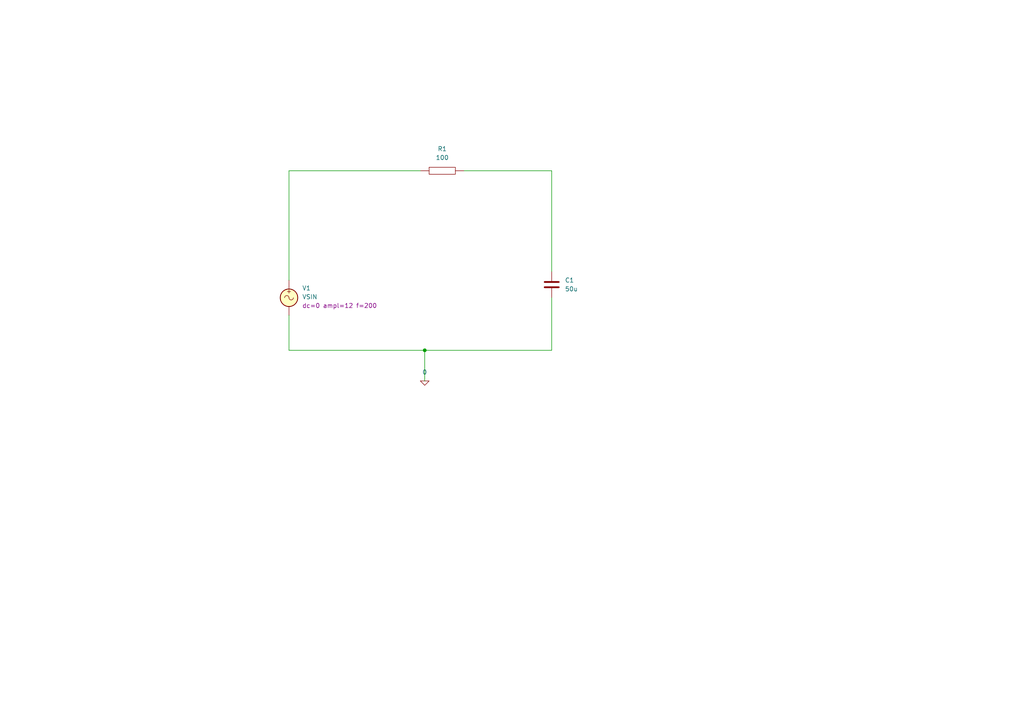
<source format=kicad_sch>
(kicad_sch (version 20211123) (generator eeschema)
  (paper "A4")
  (title_block (title "PDS") (company "ESCOM"))
  (lib_symbols
    (symbol "Device:C" (pin_numbers hide) (pin_names (offset 0.254))
      (property "Reference" "C" (at 0.635 2.54 0))
      (property "Value" "C" (at 0.635 -2.54 0))
      (symbol "C_0_1"
        (polyline (pts (xy -2.032 -0.762) (xy 2.032 -0.762)) (stroke (width 0.508)))
        (polyline (pts (xy -2.032 0.762) (xy 2.032 0.762)) (stroke (width 0.508)))
      )
      (symbol "C_1_1"
        (pin passive line (at 0 3.81 270) (length 2.794) (name "~") (number "1"))
        (pin passive line (at 0 -3.81 90) (length 2.794) (name "~") (number "2"))
      )
    )
    (symbol "Simulation_SPICE:VSIN" (pin_numbers hide) (pin_names (offset 0.0254))
      (property "Reference" "V" (at 2.54 2.54 0))
      (property "Value" "VSIN" (at 2.54 0 0))
      (property "Spice_Model" "sin(0 1 1k)" (at 2.54 -2.54 0))
      (symbol "VSIN_0_0"
        (arc (start 0 0) (mid -0.635 0.635) (end -1.27 0))
        (arc (start 0 0) (mid 0.635 -0.635) (end 1.27 0))
        (text "+" (at 0 1.905 0) (effects (font (size 1.27 1.27))))
      )
      (symbol "VSIN_0_1"
        (circle (center 0 0) (radius 2.54) (stroke (width 0.254)) (fill (type background)))
      )
      (symbol "VSIN_1_1"
        (pin passive line (at 0 5.08 270) (length 2.54) (name "~") (number "1"))
        (pin passive line (at 0 -5.08 90) (length 2.54) (name "~") (number "2"))
      )
    )
    (symbol "pspice:0" (power) (pin_names (offset 0))
      (property "Value" "0" (at 0 -1.778 0))
      (symbol "0_0_1"
        (polyline (pts (xy -1.27 0) (xy 0 -1.27) (xy 1.27 0) (xy -1.27 0)))
      )
      (symbol "0_1_1"
        (pin power_in line (at 0 0 0) (length 0) hide (name "0") (number "1"))
      )
    )
    (symbol "pspice:R" (pin_numbers hide) (pin_names (offset 0))
      (property "Reference" "R" (at 2.032 0 90))
      (property "Value" "R" (at 0 0 90))
      (symbol "R_0_1"
        (rectangle (start -1.016 3.81) (end 1.016 -3.81))
      )
      (symbol "R_1_1"
        (pin passive line (at 0 6.35 270) (length 2.54) (name "~") (number "1"))
        (pin passive line (at 0 -6.35 90) (length 2.54) (name "~") (number "2"))
      )
    )
  )
  (junction (at 123.19 101.6))
  (wire (pts (xy 83.82 91.44) (xy 83.82 101.6)))
  (wire (pts (xy 160.02 101.6) (xy 160.02 86.36)))
  (wire (pts (xy 83.82 81.28) (xy 83.82 49.53)))
  (wire (pts (xy 83.82 101.6) (xy 123.19 101.6)))
  (wire (pts (xy 123.19 101.6) (xy 160.02 101.6)))
  (wire (pts (xy 134.62 49.53) (xy 160.02 49.53)))
  (wire (pts (xy 83.82 49.53) (xy 121.92 49.53)))
  (wire (pts (xy 160.02 49.53) (xy 160.02 78.74)))
  (wire (pts (xy 123.19 101.6) (xy 123.19 110.49)))
  (symbol (lib_id "pspice:R") (at 128.27 49.53 270) (unit 1)
    (property "Reference" "R1" (at 128.27 43.18 90))
    (property "Value" "100" (at 128.27 45.72 90))
  )
  (symbol (lib_id "pspice:0") (at 123.19 110.49 0) (unit 1)
    (property "Reference" "#GND0101" (effects hide))
    (property "Value" "0" (at 123.19 107.95 0))
  )
  (symbol (lib_id "Device:C") (at 160.02 82.55 0) (unit 1)
    (property "Reference" "C1" (at 163.83 81.2799 0) (effects (justify left)))
    (property "Value" "50u" (at 163.83 83.8199 0) (effects (justify left)))
  )
  (symbol (lib_id "Simulation_SPICE:VSIN") (at 83.82 86.36 0) (unit 1)
    (property "Reference" "V1" (at 87.63 83.5706 0) (effects (justify left)))
    (property "Value" "VSIN" (at 87.63 86.1106 0) (effects (justify left)))
    (property "Spice_Netlist_Enabled" "Y" (effects hide))
    (property "Spice_Primitive" "V" (effects hide))
    (property "Spice_Model" "sin(0 12 200)" (at 87.63 88.6506 0) (effects (justify left)))
  )
)
</source>
